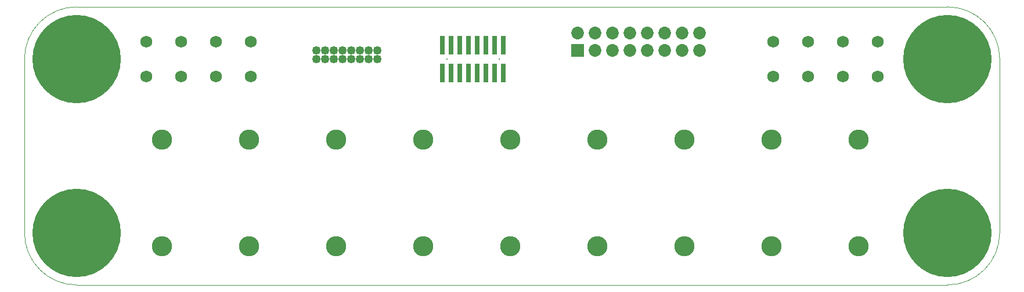
<source format=gts>
G04*
G04 #@! TF.GenerationSoftware,Altium Limited,Altium Designer,19.1.7 (138)*
G04*
G04 Layer_Color=8388736*
%FSLAX25Y25*%
%MOIN*%
G70*
G01*
G75*
%ADD12C,0.00100*%
%ADD13R,0.02913X0.10984*%
%ADD14C,0.07296*%
%ADD15R,0.07296X0.07296*%
%ADD16C,0.01194*%
%ADD17C,0.04934*%
%ADD18C,0.11614*%
%ADD19C,0.06902*%
%ADD20C,0.50800*%
D12*
X130000Y260000D02*
G03*
X100000Y230000I0J-30000D01*
G01*
Y130000D02*
G03*
X130000Y100000I30000J0D01*
G01*
X660000Y230000D02*
G03*
X630000Y260000I-30000J0D01*
G01*
Y100000D02*
G03*
X660000Y130000I0J30000D01*
G01*
X130000Y260000D02*
X630000Y260000D01*
X130000Y100000D02*
X630000Y100000D01*
X660000Y130000D02*
Y230000D01*
X100000Y130000D02*
Y230000D01*
D13*
X375000Y238012D02*
D03*
Y221988D02*
D03*
X370000Y238012D02*
D03*
Y221988D02*
D03*
X365000Y238012D02*
D03*
Y221988D02*
D03*
X360000Y238012D02*
D03*
Y221988D02*
D03*
X355000Y238012D02*
D03*
Y221988D02*
D03*
X350000Y238012D02*
D03*
Y221988D02*
D03*
X345000Y238012D02*
D03*
Y221988D02*
D03*
X340000Y238012D02*
D03*
Y221988D02*
D03*
D14*
X467500Y245000D02*
D03*
Y235000D02*
D03*
X457500Y245000D02*
D03*
Y235000D02*
D03*
X427500Y245000D02*
D03*
Y235000D02*
D03*
X417500Y245000D02*
D03*
X437500Y235000D02*
D03*
Y245000D02*
D03*
X447500Y235000D02*
D03*
Y245000D02*
D03*
X477500Y235000D02*
D03*
X487500D02*
D03*
X477500Y245000D02*
D03*
X487500D02*
D03*
D15*
X417500Y235000D02*
D03*
D16*
X372500Y230000D02*
D03*
X342500D02*
D03*
D17*
X302500Y235000D02*
D03*
X297500D02*
D03*
X302500Y230000D02*
D03*
X297500D02*
D03*
X292500Y235000D02*
D03*
X287500D02*
D03*
X292500Y230000D02*
D03*
X287500D02*
D03*
X282500Y235000D02*
D03*
Y230000D02*
D03*
X277500Y235000D02*
D03*
X272500D02*
D03*
X277500Y230000D02*
D03*
X272500D02*
D03*
X267500Y235000D02*
D03*
Y230000D02*
D03*
D18*
X178819Y183465D02*
D03*
Y122441D02*
D03*
X578819D02*
D03*
Y183465D02*
D03*
X228819Y122441D02*
D03*
Y183465D02*
D03*
X278819Y122441D02*
D03*
Y183465D02*
D03*
X328819Y122441D02*
D03*
Y183465D02*
D03*
X378819Y122441D02*
D03*
Y183465D02*
D03*
X428819Y122441D02*
D03*
Y183465D02*
D03*
X478819Y122441D02*
D03*
Y183465D02*
D03*
X528819Y122441D02*
D03*
Y183465D02*
D03*
D19*
X170000Y240000D02*
D03*
Y220000D02*
D03*
X190000Y240000D02*
D03*
Y220000D02*
D03*
X210000Y240000D02*
D03*
Y220000D02*
D03*
X230000Y240000D02*
D03*
Y220000D02*
D03*
X530000Y240000D02*
D03*
Y220000D02*
D03*
X550000Y240000D02*
D03*
Y220000D02*
D03*
X570000D02*
D03*
Y240000D02*
D03*
X590000D02*
D03*
Y220000D02*
D03*
D20*
X630000Y130000D02*
D03*
X130000D02*
D03*
X630000Y230000D02*
D03*
X130000D02*
D03*
M02*

</source>
